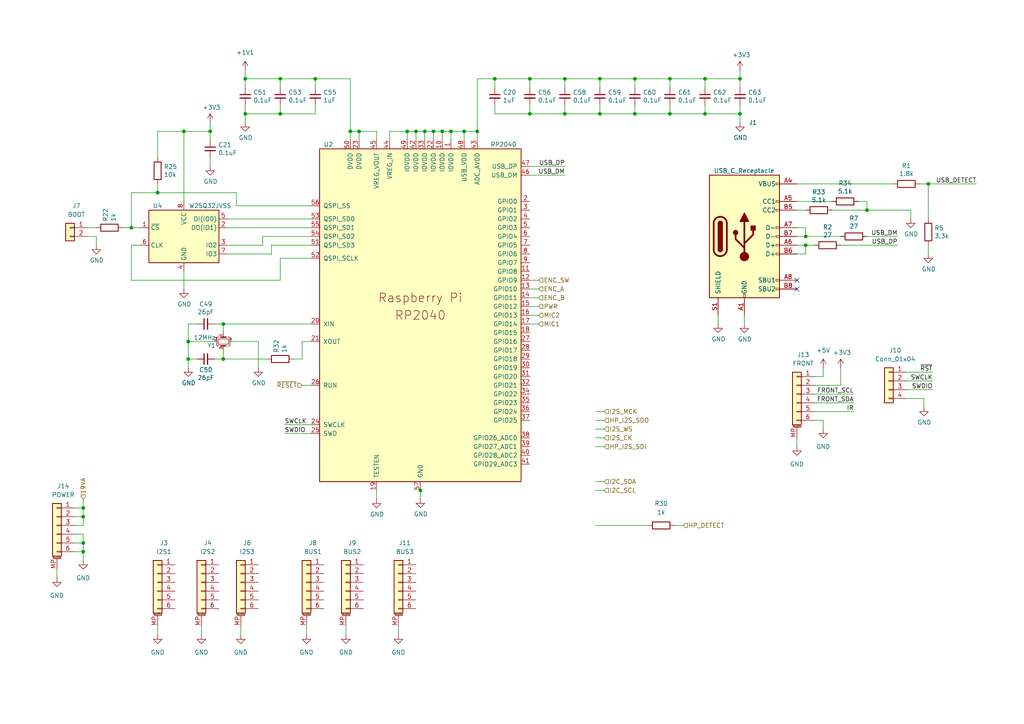
<source format=kicad_sch>
(kicad_sch (version 20210621) (generator eeschema)
  (paper "A4")
  (lib_symbols
    (symbol "Connector:USB_C_Receptacle_USB2.0" (pin_names (offset 1.016))
      (property "Reference" "J" (at -10.16 19.05 0))
      (property "Value" "USB_C_Receptacle_USB2.0" (at 19.05 19.05 0))
      (symbol "USB_C_Receptacle_USB2.0_0_0"
        (rectangle (start -0.254 -17.78) (end 0.254 -16.764))
        (rectangle (start 10.16 -14.986) (end 9.144 -15.494))
        (rectangle (start 10.16 -12.446) (end 9.144 -12.954))
        (rectangle (start 10.16 -4.826) (end 9.144 -5.334))
        (rectangle (start 10.16 -2.286) (end 9.144 -2.794))
        (rectangle (start 10.16 0.254) (end 9.144 -0.254))
        (rectangle (start 10.16 2.794) (end 9.144 2.286))
        (rectangle (start 10.16 7.874) (end 9.144 7.366))
        (rectangle (start 10.16 10.414) (end 9.144 9.906))
        (rectangle (start 10.16 15.494) (end 9.144 14.986))
      )
      (symbol "USB_C_Receptacle_USB2.0_0_1"
        (rectangle (start -10.16 17.78) (end 10.16 -17.78) (stroke (width 0.254)) (fill (type background)))
        (arc (start -8.89 -3.81) (mid -6.985 -5.715) (end -5.08 -3.81) (stroke (width 0.508)))
        (arc (start -7.62 -3.81) (mid -6.985 -4.445) (end -6.35 -3.81) (stroke (width 0.254)))
        (arc (start -7.62 -3.81) (mid -6.985 -4.445) (end -6.35 -3.81) (stroke (width 0.254)) (fill (type outline)))
        (rectangle (start -7.62 -3.81) (end -6.35 3.81) (stroke (width 0.254)) (fill (type outline)))
        (arc (start -6.35 3.81) (mid -6.985 4.445) (end -7.62 3.81) (stroke (width 0.254)))
        (arc (start -6.35 3.81) (mid -6.985 4.445) (end -7.62 3.81) (stroke (width 0.254)) (fill (type outline)))
        (arc (start -5.08 3.81) (mid -6.985 5.715) (end -8.89 3.81) (stroke (width 0.508)))
        (circle (center -2.54 1.143) (radius 0.635) (stroke (width 0.254)) (stroke (width 0.254)) (fill (type outline)))
        (circle (center 0 -5.842) (radius 1.27) (fill (type outline)))
        (polyline (pts (xy -8.89 -3.81) (xy -8.89 3.81)) (stroke (width 0.508)))
        (polyline (pts (xy -5.08 3.81) (xy -5.08 -3.81)) (stroke (width 0.508)))
        (polyline (pts (xy 0 -5.842) (xy 0 4.318)) (stroke (width 0.508)))
        (polyline (pts (xy 0 -3.302) (xy -2.54 -0.762) (xy -2.54 0.508)) (stroke (width 0.508)))
        (polyline (pts (xy 0 -2.032) (xy 2.54 0.508) (xy 2.54 1.778)) (stroke (width 0.508)))
        (polyline (pts (xy -1.27 4.318) (xy 0 6.858) (xy 1.27 4.318) (xy -1.27 4.318)) (stroke (width 0.254)) (fill (type outline)))
        (rectangle (start 1.905 1.778) (end 3.175 3.048) (stroke (width 0.254)) (fill (type outline)))
      )
      (symbol "USB_C_Receptacle_USB2.0_1_1"
        (pin passive line (at 0 -22.86 90) (length 5.08) (name "GND") (number "A1"))
        (pin passive line (at 0 -22.86 90) (length 5.08) hide (name "GND") (number "A12"))
        (pin passive line (at 15.24 15.24 180) (length 5.08) (name "VBUS") (number "A4"))
        (pin bidirectional line (at 15.24 10.16 180) (length 5.08) (name "CC1") (number "A5"))
        (pin bidirectional line (at 15.24 -2.54 180) (length 5.08) (name "D+") (number "A6"))
        (pin bidirectional line (at 15.24 2.54 180) (length 5.08) (name "D-") (number "A7"))
        (pin bidirectional line (at 15.24 -12.7 180) (length 5.08) (name "SBU1") (number "A8"))
        (pin passive line (at 15.24 15.24 180) (length 5.08) hide (name "VBUS") (number "A9"))
        (pin passive line (at 0 -22.86 90) (length 5.08) hide (name "GND") (number "B1"))
        (pin passive line (at 0 -22.86 90) (length 5.08) hide (name "GND") (number "B12"))
        (pin passive line (at 15.24 15.24 180) (length 5.08) hide (name "VBUS") (number "B4"))
        (pin bidirectional line (at 15.24 7.62 180) (length 5.08) (name "CC2") (number "B5"))
        (pin bidirectional line (at 15.24 -5.08 180) (length 5.08) (name "D+") (number "B6"))
        (pin bidirectional line (at 15.24 0 180) (length 5.08) (name "D-") (number "B7"))
        (pin bidirectional line (at 15.24 -15.24 180) (length 5.08) (name "SBU2") (number "B8"))
        (pin passive line (at 15.24 15.24 180) (length 5.08) hide (name "VBUS") (number "B9"))
        (pin passive line (at -7.62 -22.86 90) (length 5.08) (name "SHIELD") (number "S1"))
      )
    )
    (symbol "Connector_Generic:Conn_01x02" (pin_names (offset 1.016) hide)
      (property "Reference" "J" (at 0 2.54 0))
      (property "Value" "Conn_01x02" (at 0 -5.08 0))
      (symbol "Conn_01x02_1_1"
        (rectangle (start -1.27 -2.413) (end 0 -2.667) (stroke (width 0.1524)))
        (rectangle (start -1.27 0.127) (end 0 -0.127) (stroke (width 0.1524)))
        (rectangle (start -1.27 1.27) (end 1.27 -3.81) (stroke (width 0.254)) (fill (type background)))
        (pin passive line (at -5.08 0 0) (length 3.81) (name "Pin_1") (number "1"))
        (pin passive line (at -5.08 -2.54 0) (length 3.81) (name "Pin_2") (number "2"))
      )
    )
    (symbol "Connector_Generic:Conn_01x04" (pin_names (offset 1.016) hide)
      (property "Reference" "J" (at 0 5.08 0))
      (property "Value" "Conn_01x04" (at 0 -7.62 0))
      (symbol "Conn_01x04_1_1"
        (rectangle (start -1.27 -4.953) (end 0 -5.207) (stroke (width 0.1524)))
        (rectangle (start -1.27 -2.413) (end 0 -2.667) (stroke (width 0.1524)))
        (rectangle (start -1.27 0.127) (end 0 -0.127) (stroke (width 0.1524)))
        (rectangle (start -1.27 2.667) (end 0 2.413) (stroke (width 0.1524)))
        (rectangle (start -1.27 3.81) (end 1.27 -6.35) (stroke (width 0.254)) (fill (type background)))
        (pin passive line (at -5.08 2.54 0) (length 3.81) (name "Pin_1") (number "1"))
        (pin passive line (at -5.08 0 0) (length 3.81) (name "Pin_2") (number "2"))
        (pin passive line (at -5.08 -2.54 0) (length 3.81) (name "Pin_3") (number "3"))
        (pin passive line (at -5.08 -5.08 0) (length 3.81) (name "Pin_4") (number "4"))
      )
    )
    (symbol "Connector_Generic_MountingPin:Conn_01x06_MountingPin" (pin_names (offset 1.016) hide)
      (property "Reference" "J" (at 0 7.62 0))
      (property "Value" "Conn_01x06_MountingPin" (at 1.27 -10.16 0))
      (symbol "Conn_01x06_MountingPin_1_1"
        (rectangle (start -1.27 -7.493) (end 0 -7.747) (stroke (width 0.1524)))
        (rectangle (start -1.27 -4.953) (end 0 -5.207) (stroke (width 0.1524)))
        (rectangle (start -1.27 -2.413) (end 0 -2.667) (stroke (width 0.1524)))
        (rectangle (start -1.27 0.127) (end 0 -0.127) (stroke (width 0.1524)))
        (rectangle (start -1.27 2.667) (end 0 2.413) (stroke (width 0.1524)))
        (rectangle (start -1.27 5.207) (end 0 4.953) (stroke (width 0.1524)))
        (rectangle (start -1.27 6.35) (end 1.27 -8.89) (stroke (width 0.254)) (fill (type background)))
        (polyline (pts (xy -1.016 -9.652) (xy 1.016 -9.652)) (stroke (width 0.1524)))
        (text "Mounting" (at 0 -9.271 0) (effects (font (size 0.381 0.381))))
        (pin passive line (at -5.08 5.08 0) (length 3.81) (name "Pin_1") (number "1"))
        (pin passive line (at -5.08 2.54 0) (length 3.81) (name "Pin_2") (number "2"))
        (pin passive line (at -5.08 0 0) (length 3.81) (name "Pin_3") (number "3"))
        (pin passive line (at -5.08 -2.54 0) (length 3.81) (name "Pin_4") (number "4"))
        (pin passive line (at -5.08 -5.08 0) (length 3.81) (name "Pin_5") (number "5"))
        (pin passive line (at -5.08 -7.62 0) (length 3.81) (name "Pin_6") (number "6"))
        (pin passive line (at 0 -12.7 90) (length 3.048) (name "MountPin") (number "MP"))
      )
    )
    (symbol "Device:C_Small" (pin_numbers hide) (pin_names (offset 0.254) hide)
      (property "Reference" "C" (at 0.254 1.778 0))
      (property "Value" "C_Small" (at 0.254 -2.032 0))
      (symbol "C_Small_0_1"
        (polyline (pts (xy -1.524 -0.508) (xy 1.524 -0.508)) (stroke (width 0.3302)))
        (polyline (pts (xy -1.524 0.508) (xy 1.524 0.508)) (stroke (width 0.3048)))
      )
      (symbol "C_Small_1_1"
        (pin passive line (at 0 2.54 270) (length 2.032) (name "~") (number "1"))
        (pin passive line (at 0 -2.54 90) (length 2.032) (name "~") (number "2"))
      )
    )
    (symbol "Device:Crystal_GND24_Small" (pin_names (offset 1.016) hide)
      (property "Reference" "Y" (at 1.27 4.445 0))
      (property "Value" "Crystal_GND24_Small" (at 1.27 2.54 0))
      (symbol "Crystal_GND24_Small_0_1"
        (rectangle (start -0.762 -1.524) (end 0.762 1.524))
        (polyline (pts (xy -1.27 -0.762) (xy -1.27 0.762)) (stroke (width 0.381)))
        (polyline (pts (xy 1.27 -0.762) (xy 1.27 0.762)) (stroke (width 0.381)))
        (polyline (pts (xy -1.27 -1.27) (xy -1.27 -1.905) (xy 1.27 -1.905) (xy 1.27 -1.27)))
        (polyline (pts (xy -1.27 1.27) (xy -1.27 1.905) (xy 1.27 1.905) (xy 1.27 1.27)))
      )
      (symbol "Crystal_GND24_Small_1_1"
        (pin passive line (at -2.54 0 0) (length 1.27) (name "1") (number "1"))
        (pin passive line (at 0 -2.54 90) (length 0.635) (name "2") (number "2"))
        (pin passive line (at 2.54 0 180) (length 1.27) (name "3") (number "3"))
        (pin passive line (at 0 2.54 270) (length 0.635) (name "4") (number "4"))
      )
    )
    (symbol "Device:R" (pin_numbers hide) (pin_names (offset 0))
      (property "Reference" "R" (at 2.032 0 90))
      (property "Value" "R" (at 0 0 90))
      (symbol "R_0_1"
        (rectangle (start -1.016 -2.54) (end 1.016 2.54) (stroke (width 0.254)))
      )
      (symbol "R_1_1"
        (pin passive line (at 0 3.81 270) (length 1.27) (name "~") (number "1"))
        (pin passive line (at 0 -3.81 90) (length 1.27) (name "~") (number "2"))
      )
    )
    (symbol "MCU_RaspberryPi_and_Boards:RP2040" (pin_names (offset 1.016))
      (property "Reference" "U" (at -29.21 49.53 0))
      (property "Value" "RP2040" (at 24.13 -49.53 0))
      (symbol "RP2040_0_0"
        (text "Raspberry Pi" (at 0 5.08 0) (effects (font (size 2.54 2.54))))
        (text "RP2040" (at 0 0 0) (effects (font (size 2.54 2.54))))
      )
      (symbol "RP2040_0_1"
        (rectangle (start 29.21 48.26) (end -29.21 -48.26) (stroke (width 0.254)) (fill (type background)))
      )
      (symbol "RP2040_1_1"
        (pin power_in line (at 8.89 50.8 270) (length 2.54) (name "IOVDD") (number "1"))
        (pin power_in line (at 6.35 50.8 270) (length 2.54) (name "IOVDD") (number "10"))
        (pin bidirectional line (at 31.75 12.7 180) (length 2.54) (name "GPIO8") (number "11"))
        (pin bidirectional line (at 31.75 10.16 180) (length 2.54) (name "GPIO9") (number "12"))
        (pin bidirectional line (at 31.75 7.62 180) (length 2.54) (name "GPIO10") (number "13"))
        (pin bidirectional line (at 31.75 5.08 180) (length 2.54) (name "GPIO11") (number "14"))
        (pin bidirectional line (at 31.75 2.54 180) (length 2.54) (name "GPIO12") (number "15"))
        (pin bidirectional line (at 31.75 0 180) (length 2.54) (name "GPIO13") (number "16"))
        (pin bidirectional line (at 31.75 -2.54 180) (length 2.54) (name "GPIO14") (number "17"))
        (pin bidirectional line (at 31.75 -5.08 180) (length 2.54) (name "GPIO15") (number "18"))
        (pin passive line (at -12.7 -50.8 90) (length 2.54) (name "TESTEN") (number "19"))
        (pin bidirectional line (at 31.75 33.02 180) (length 2.54) (name "GPIO0") (number "2"))
        (pin input line (at -31.75 -2.54 0) (length 2.54) (name "XIN") (number "20"))
        (pin passive line (at -31.75 -7.62 0) (length 2.54) (name "XOUT") (number "21"))
        (pin power_in line (at 3.81 50.8 270) (length 2.54) (name "IOVDD") (number "22"))
        (pin power_in line (at -17.78 50.8 270) (length 2.54) (name "DVDD") (number "23"))
        (pin output line (at -31.75 -31.75 0) (length 2.54) (name "SWCLK") (number "24"))
        (pin bidirectional line (at -31.75 -34.29 0) (length 2.54) (name "SWD") (number "25"))
        (pin input line (at -31.75 -20.32 0) (length 2.54) (name "RUN") (number "26"))
        (pin bidirectional line (at 31.75 -7.62 180) (length 2.54) (name "GPIO16") (number "27"))
        (pin bidirectional line (at 31.75 -10.16 180) (length 2.54) (name "GPIO17") (number "28"))
        (pin bidirectional line (at 31.75 -12.7 180) (length 2.54) (name "GPIO18") (number "29"))
        (pin bidirectional line (at 31.75 30.48 180) (length 2.54) (name "GPIO1") (number "3"))
        (pin bidirectional line (at 31.75 -15.24 180) (length 2.54) (name "GPIO19") (number "30"))
        (pin bidirectional line (at 31.75 -17.78 180) (length 2.54) (name "GPIO20") (number "31"))
        (pin bidirectional line (at 31.75 -20.32 180) (length 2.54) (name "GPIO21") (number "32"))
        (pin power_in line (at 1.27 50.8 270) (length 2.54) (name "IOVDD") (number "33"))
        (pin bidirectional line (at 31.75 -22.86 180) (length 2.54) (name "GPIO22") (number "34"))
        (pin bidirectional line (at 31.75 -25.4 180) (length 2.54) (name "GPIO23") (number "35"))
        (pin bidirectional line (at 31.75 -27.94 180) (length 2.54) (name "GPIO24") (number "36"))
        (pin bidirectional line (at 31.75 -30.48 180) (length 2.54) (name "GPIO25") (number "37"))
        (pin bidirectional line (at 31.75 -35.56 180) (length 2.54) (name "GPIO26_ADC0") (number "38"))
        (pin bidirectional line (at 31.75 -38.1 180) (length 2.54) (name "GPIO27_ADC1") (number "39"))
        (pin bidirectional line (at 31.75 27.94 180) (length 2.54) (name "GPIO2") (number "4"))
        (pin bidirectional line (at 31.75 -40.64 180) (length 2.54) (name "GPIO28_ADC2") (number "40"))
        (pin bidirectional line (at 31.75 -43.18 180) (length 2.54) (name "GPIO29_ADC3") (number "41"))
        (pin power_in line (at -1.27 50.8 270) (length 2.54) (name "IOVDD") (number "42"))
        (pin power_in line (at 16.51 50.8 270) (length 2.54) (name "ADC_AVDD") (number "43"))
        (pin power_in line (at -8.89 50.8 270) (length 2.54) (name "VREG_IN") (number "44"))
        (pin power_out line (at -12.7 50.8 270) (length 2.54) (name "VREG_VOUT") (number "45"))
        (pin bidirectional line (at 31.75 40.64 180) (length 2.54) (name "USB_DM") (number "46"))
        (pin bidirectional line (at 31.75 43.18 180) (length 2.54) (name "USB_DP") (number "47"))
        (pin power_in line (at 12.7 50.8 270) (length 2.54) (name "USB_VDD") (number "48"))
        (pin power_in line (at -3.81 50.8 270) (length 2.54) (name "IOVDD") (number "49"))
        (pin bidirectional line (at 31.75 25.4 180) (length 2.54) (name "GPIO3") (number "5"))
        (pin power_in line (at -20.32 50.8 270) (length 2.54) (name "DVDD") (number "50"))
        (pin bidirectional line (at -31.75 20.32 0) (length 2.54) (name "QSPI_SD3") (number "51"))
        (pin output line (at -31.75 16.51 0) (length 2.54) (name "QSPI_SCLK") (number "52"))
        (pin bidirectional line (at -31.75 27.94 0) (length 2.54) (name "QSPI_SD0") (number "53"))
        (pin bidirectional line (at -31.75 22.86 0) (length 2.54) (name "QSPI_SD2") (number "54"))
        (pin bidirectional line (at -31.75 25.4 0) (length 2.54) (name "QSPI_SD1") (number "55"))
        (pin bidirectional line (at -31.75 31.75 0) (length 2.54) (name "QSPI_SS") (number "56"))
        (pin power_in line (at 0 -50.8 90) (length 2.54) (name "GND") (number "57"))
        (pin bidirectional line (at 31.75 22.86 180) (length 2.54) (name "GPIO4") (number "6"))
        (pin bidirectional line (at 31.75 20.32 180) (length 2.54) (name "GPIO5") (number "7"))
        (pin bidirectional line (at 31.75 17.78 180) (length 2.54) (name "GPIO6") (number "8"))
        (pin bidirectional line (at 31.75 15.24 180) (length 2.54) (name "GPIO7") (number "9"))
      )
    )
    (symbol "Memory_Flash:W25Q32JVSS"
      (property "Reference" "U" (at -8.89 8.89 0))
      (property "Value" "W25Q32JVSS" (at 7.62 8.89 0))
      (symbol "W25Q32JVSS_0_1"
        (rectangle (start -10.16 7.62) (end 10.16 -7.62) (stroke (width 0.254)) (fill (type background)))
      )
      (symbol "W25Q32JVSS_1_1"
        (pin input line (at -12.7 2.54 0) (length 2.54) (name "~{CS}") (number "1"))
        (pin bidirectional line (at 12.7 2.54 180) (length 2.54) (name "DO(IO1)") (number "2"))
        (pin bidirectional line (at 12.7 -2.54 180) (length 2.54) (name "IO2") (number "3"))
        (pin power_in line (at 0 -10.16 90) (length 2.54) (name "GND") (number "4"))
        (pin bidirectional line (at 12.7 5.08 180) (length 2.54) (name "DI(IO0)") (number "5"))
        (pin input line (at -12.7 -2.54 0) (length 2.54) (name "CLK") (number "6"))
        (pin bidirectional line (at 12.7 -5.08 180) (length 2.54) (name "IO3") (number "7"))
        (pin power_in line (at 0 10.16 270) (length 2.54) (name "VCC") (number "8"))
      )
    )
    (symbol "power:+1V1" (power) (pin_names (offset 0))
      (property "Value" "+1V1" (at 0 3.556 0))
      (symbol "+1V1_0_1"
        (polyline (pts (xy -0.762 1.27) (xy 0 2.54)))
        (polyline (pts (xy 0 0) (xy 0 2.54)))
        (polyline (pts (xy 0 2.54) (xy 0.762 1.27)))
      )
      (symbol "+1V1_1_1"
        (pin power_in line (at 0 0 90) (length 0) hide (name "+1V1") (number "1"))
      )
    )
    (symbol "power:+3.3V" (power) (pin_names (offset 0))
      (property "Value" "+3.3V" (at 0 3.556 0))
      (symbol "+3.3V_0_1"
        (polyline (pts (xy -0.762 1.27) (xy 0 2.54)))
        (polyline (pts (xy 0 0) (xy 0 2.54)))
        (polyline (pts (xy 0 2.54) (xy 0.762 1.27)))
      )
      (symbol "+3.3V_1_1"
        (pin power_in line (at 0 0 90) (length 0) hide (name "+3V3") (number "1"))
      )
    )
    (symbol "power:+5V" (power) (pin_names (offset 0))
      (property "Value" "+5V" (at 0 3.556 0))
      (symbol "+5V_0_1"
        (polyline (pts (xy -0.762 1.27) (xy 0 2.54)))
        (polyline (pts (xy 0 0) (xy 0 2.54)))
        (polyline (pts (xy 0 2.54) (xy 0.762 1.27)))
      )
      (symbol "+5V_1_1"
        (pin power_in line (at 0 0 90) (length 0) hide (name "+5V") (number "1"))
      )
    )
    (symbol "power:GND" (power) (pin_names (offset 0))
      (property "Value" "GND" (at 0 -3.81 0))
      (symbol "GND_0_1"
        (polyline (pts (xy 0 0) (xy 0 -1.27) (xy 1.27 -1.27) (xy 0 -2.54) (xy -1.27 -1.27) (xy 0 -1.27)))
      )
      (symbol "GND_1_1"
        (pin power_in line (at 0 0 270) (length 0) hide (name "GND") (number "1"))
      )
    )
  )
  (junction (at 24.13 147.32))
  (junction (at 24.13 149.86))
  (junction (at 24.13 157.48))
  (junction (at 24.13 160.02))
  (junction (at 38.1 66.04))
  (junction (at 45.72 55.88))
  (junction (at 53.34 38.1))
  (junction (at 54.61 99.06))
  (junction (at 54.61 104.14))
  (junction (at 60.96 38.1))
  (junction (at 64.77 93.98) (diameter 0.9144))
  (junction (at 64.77 104.14))
  (junction (at 71.12 22.86))
  (junction (at 71.12 33.02))
  (junction (at 81.28 22.86) (diameter 0.9144))
  (junction (at 81.28 33.02) (diameter 0.9144))
  (junction (at 91.44 22.86))
  (junction (at 101.6 38.1))
  (junction (at 104.14 38.1))
  (junction (at 118.11 38.1))
  (junction (at 120.65 38.1))
  (junction (at 121.92 142.24))
  (junction (at 123.19 38.1))
  (junction (at 125.73 38.1))
  (junction (at 128.27 38.1))
  (junction (at 130.81 38.1))
  (junction (at 134.62 38.1))
  (junction (at 138.43 38.1))
  (junction (at 143.51 22.86))
  (junction (at 153.67 22.86) (diameter 0.9144))
  (junction (at 153.67 33.02))
  (junction (at 163.83 22.86) (diameter 0.9144))
  (junction (at 163.83 33.02) (diameter 0.9144))
  (junction (at 173.99 22.86) (diameter 0.9144))
  (junction (at 173.99 33.02) (diameter 0.9144))
  (junction (at 184.15 22.86) (diameter 0.9144))
  (junction (at 184.15 33.02) (diameter 0.9144))
  (junction (at 194.31 22.86) (diameter 0.9144))
  (junction (at 194.31 33.02) (diameter 0.9144))
  (junction (at 204.47 22.86) (diameter 0.9144))
  (junction (at 204.47 33.02) (diameter 0.9144))
  (junction (at 214.63 22.86))
  (junction (at 214.63 33.02) (diameter 0.9144))
  (junction (at 233.68 68.58))
  (junction (at 233.68 71.12))
  (junction (at 251.46 60.96))
  (junction (at 269.24 53.34))
  (no_connect (at 231.14 81.28))
  (no_connect (at 231.14 83.82))
  (wire (pts (xy 16.51 165.1) (xy 16.51 167.64)))
  (wire (pts (xy 21.59 147.32) (xy 24.13 147.32)))
  (wire (pts (xy 21.59 149.86) (xy 24.13 149.86)))
  (wire (pts (xy 21.59 152.4) (xy 24.13 152.4)))
  (wire (pts (xy 21.59 154.94) (xy 24.13 154.94)))
  (wire (pts (xy 21.59 157.48) (xy 24.13 157.48)))
  (wire (pts (xy 24.13 144.78) (xy 24.13 147.32)))
  (wire (pts (xy 24.13 147.32) (xy 24.13 149.86)))
  (wire (pts (xy 24.13 149.86) (xy 24.13 152.4)))
  (wire (pts (xy 24.13 154.94) (xy 24.13 157.48)))
  (wire (pts (xy 24.13 157.48) (xy 24.13 160.02)))
  (wire (pts (xy 24.13 160.02) (xy 21.59 160.02)))
  (wire (pts (xy 24.13 162.56) (xy 24.13 160.02)))
  (wire (pts (xy 25.4 66.04) (xy 27.94 66.04)))
  (wire (pts (xy 27.94 68.58) (xy 25.4 68.58)))
  (wire (pts (xy 27.94 71.12) (xy 27.94 68.58)))
  (wire (pts (xy 35.56 66.04) (xy 38.1 66.04)))
  (wire (pts (xy 38.1 55.88) (xy 38.1 66.04)))
  (wire (pts (xy 38.1 66.04) (xy 40.64 66.04)))
  (wire (pts (xy 38.1 71.12) (xy 40.64 71.12)))
  (wire (pts (xy 38.1 81.28) (xy 38.1 71.12)))
  (wire (pts (xy 45.72 38.1) (xy 53.34 38.1)))
  (wire (pts (xy 45.72 45.72) (xy 45.72 38.1)))
  (wire (pts (xy 45.72 53.34) (xy 45.72 55.88)))
  (wire (pts (xy 45.72 55.88) (xy 38.1 55.88)))
  (wire (pts (xy 45.72 181.61) (xy 45.72 184.15)))
  (wire (pts (xy 53.34 38.1) (xy 60.96 38.1)))
  (wire (pts (xy 53.34 58.42) (xy 53.34 38.1)))
  (wire (pts (xy 53.34 78.74) (xy 53.34 83.82)))
  (wire (pts (xy 54.61 93.98) (xy 54.61 99.06)))
  (wire (pts (xy 54.61 93.98) (xy 57.15 93.98)))
  (wire (pts (xy 54.61 99.06) (xy 54.61 104.14)))
  (wire (pts (xy 54.61 99.06) (xy 62.23 99.06)))
  (wire (pts (xy 54.61 104.14) (xy 54.61 106.68)))
  (wire (pts (xy 54.61 104.14) (xy 57.15 104.14)))
  (wire (pts (xy 58.42 181.61) (xy 58.42 184.15)))
  (wire (pts (xy 60.96 35.56) (xy 60.96 38.1)))
  (wire (pts (xy 60.96 38.1) (xy 60.96 40.64)))
  (wire (pts (xy 60.96 45.72) (xy 60.96 48.26)))
  (wire (pts (xy 62.23 93.98) (xy 64.77 93.98)))
  (wire (pts (xy 62.23 104.14) (xy 64.77 104.14)))
  (wire (pts (xy 64.77 93.98) (xy 64.77 96.52)))
  (wire (pts (xy 64.77 93.98) (xy 90.17 93.98)))
  (wire (pts (xy 64.77 101.6) (xy 64.77 104.14)))
  (wire (pts (xy 64.77 104.14) (xy 77.47 104.14)))
  (wire (pts (xy 66.04 63.5) (xy 90.17 63.5)))
  (wire (pts (xy 66.04 66.04) (xy 90.17 66.04)))
  (wire (pts (xy 66.04 73.66) (xy 78.74 73.66)))
  (wire (pts (xy 68.58 55.88) (xy 45.72 55.88)))
  (wire (pts (xy 68.58 59.69) (xy 68.58 55.88)))
  (wire (pts (xy 69.85 181.61) (xy 69.85 184.15)))
  (wire (pts (xy 71.12 20.32) (xy 71.12 22.86)))
  (wire (pts (xy 71.12 22.86) (xy 71.12 25.4)))
  (wire (pts (xy 71.12 22.86) (xy 81.28 22.86)))
  (wire (pts (xy 71.12 30.48) (xy 71.12 33.02)))
  (wire (pts (xy 71.12 33.02) (xy 71.12 35.56)))
  (wire (pts (xy 74.93 99.06) (xy 67.31 99.06)))
  (wire (pts (xy 74.93 106.68) (xy 74.93 99.06)))
  (wire (pts (xy 76.2 68.58) (xy 76.2 71.12)))
  (wire (pts (xy 76.2 71.12) (xy 66.04 71.12)))
  (wire (pts (xy 78.74 71.12) (xy 90.17 71.12)))
  (wire (pts (xy 78.74 73.66) (xy 78.74 71.12)))
  (wire (pts (xy 81.28 22.86) (xy 81.28 25.4)))
  (wire (pts (xy 81.28 22.86) (xy 91.44 22.86)))
  (wire (pts (xy 81.28 30.48) (xy 81.28 33.02)))
  (wire (pts (xy 81.28 33.02) (xy 71.12 33.02)))
  (wire (pts (xy 81.28 74.93) (xy 81.28 81.28)))
  (wire (pts (xy 81.28 81.28) (xy 38.1 81.28)))
  (wire (pts (xy 87.63 99.06) (xy 87.63 104.14)))
  (wire (pts (xy 87.63 104.14) (xy 85.09 104.14)))
  (wire (pts (xy 87.63 111.76) (xy 90.17 111.76)))
  (wire (pts (xy 88.9 181.61) (xy 88.9 184.15)))
  (wire (pts (xy 90.17 59.69) (xy 68.58 59.69)))
  (wire (pts (xy 90.17 68.58) (xy 76.2 68.58)))
  (wire (pts (xy 90.17 74.93) (xy 81.28 74.93)))
  (wire (pts (xy 90.17 99.06) (xy 87.63 99.06)))
  (wire (pts (xy 90.17 123.19) (xy 82.55 123.19)))
  (wire (pts (xy 90.17 125.73) (xy 82.55 125.73)))
  (wire (pts (xy 91.44 22.86) (xy 91.44 25.4)))
  (wire (pts (xy 91.44 30.48) (xy 91.44 33.02)))
  (wire (pts (xy 91.44 33.02) (xy 81.28 33.02)))
  (wire (pts (xy 100.33 181.61) (xy 100.33 184.15)))
  (wire (pts (xy 101.6 22.86) (xy 91.44 22.86)))
  (wire (pts (xy 101.6 38.1) (xy 101.6 22.86)))
  (wire (pts (xy 101.6 38.1) (xy 101.6 40.64)))
  (wire (pts (xy 104.14 38.1) (xy 101.6 38.1)))
  (wire (pts (xy 104.14 38.1) (xy 104.14 40.64)))
  (wire (pts (xy 109.22 38.1) (xy 104.14 38.1)))
  (wire (pts (xy 109.22 40.64) (xy 109.22 38.1)))
  (wire (pts (xy 109.22 144.78) (xy 109.22 142.24)))
  (wire (pts (xy 113.03 38.1) (xy 118.11 38.1)))
  (wire (pts (xy 113.03 40.64) (xy 113.03 38.1)))
  (wire (pts (xy 115.57 181.61) (xy 115.57 184.15)))
  (wire (pts (xy 118.11 38.1) (xy 118.11 40.64)))
  (wire (pts (xy 118.11 38.1) (xy 120.65 38.1)))
  (wire (pts (xy 120.65 38.1) (xy 120.65 40.64)))
  (wire (pts (xy 120.65 38.1) (xy 123.19 38.1)))
  (wire (pts (xy 121.92 142.24) (xy 121.92 142.1715)))
  (wire (pts (xy 121.92 144.7115) (xy 121.92 142.24)))
  (wire (pts (xy 123.19 38.1) (xy 123.19 40.64)))
  (wire (pts (xy 123.19 38.1) (xy 125.73 38.1)))
  (wire (pts (xy 125.73 38.1) (xy 125.73 40.64)))
  (wire (pts (xy 125.73 38.1) (xy 128.27 38.1)))
  (wire (pts (xy 128.27 38.1) (xy 128.27 40.64)))
  (wire (pts (xy 128.27 38.1) (xy 130.81 38.1)))
  (wire (pts (xy 130.81 38.1) (xy 130.81 40.64)))
  (wire (pts (xy 130.81 38.1) (xy 134.62 38.1)))
  (wire (pts (xy 134.62 38.1) (xy 134.62 40.64)))
  (wire (pts (xy 134.62 38.1) (xy 138.43 38.1)))
  (wire (pts (xy 138.43 22.86) (xy 143.51 22.86)))
  (wire (pts (xy 138.43 38.1) (xy 138.43 22.86)))
  (wire (pts (xy 138.43 40.64) (xy 138.43 38.1)))
  (wire (pts (xy 143.51 22.86) (xy 143.51 25.4)))
  (wire (pts (xy 143.51 22.86) (xy 153.67 22.86)))
  (wire (pts (xy 143.51 30.48) (xy 143.51 33.02)))
  (wire (pts (xy 143.51 33.02) (xy 153.67 33.02)))
  (wire (pts (xy 153.67 22.86) (xy 153.67 25.4)))
  (wire (pts (xy 153.67 22.86) (xy 163.83 22.86)))
  (wire (pts (xy 153.67 30.48) (xy 153.67 33.02)))
  (wire (pts (xy 153.67 48.26) (xy 163.83 48.26)))
  (wire (pts (xy 153.67 50.8) (xy 163.83 50.8)))
  (wire (pts (xy 153.67 81.28) (xy 156.21 81.28)))
  (wire (pts (xy 153.67 83.82) (xy 156.21 83.82)))
  (wire (pts (xy 153.67 86.36) (xy 156.21 86.36)))
  (wire (pts (xy 153.67 88.9) (xy 156.21 88.9)))
  (wire (pts (xy 153.67 91.44) (xy 156.21 91.44)))
  (wire (pts (xy 153.67 93.98) (xy 156.21 93.98)))
  (wire (pts (xy 163.83 22.86) (xy 163.83 25.4)))
  (wire (pts (xy 163.83 22.86) (xy 173.99 22.86)))
  (wire (pts (xy 163.83 30.48) (xy 163.83 33.02)))
  (wire (pts (xy 163.83 33.02) (xy 153.67 33.02)))
  (wire (pts (xy 172.72 121.92) (xy 175.26 121.92)))
  (wire (pts (xy 172.72 127) (xy 175.26 127)))
  (wire (pts (xy 172.72 139.7) (xy 175.26 139.7)))
  (wire (pts (xy 173.99 22.86) (xy 173.99 25.4)))
  (wire (pts (xy 173.99 22.86) (xy 184.15 22.86)))
  (wire (pts (xy 173.99 30.48) (xy 173.99 33.02)))
  (wire (pts (xy 173.99 33.02) (xy 163.83 33.02)))
  (wire (pts (xy 175.26 119.38) (xy 172.72 119.38)))
  (wire (pts (xy 175.26 124.46) (xy 172.72 124.46)))
  (wire (pts (xy 175.26 129.54) (xy 172.72 129.54)))
  (wire (pts (xy 175.26 142.24) (xy 172.72 142.24)))
  (wire (pts (xy 184.15 22.86) (xy 184.15 25.4)))
  (wire (pts (xy 184.15 22.86) (xy 194.31 22.86)))
  (wire (pts (xy 184.15 30.48) (xy 184.15 33.02)))
  (wire (pts (xy 184.15 33.02) (xy 173.99 33.02)))
  (wire (pts (xy 187.96 152.4) (xy 172.72 152.4)))
  (wire (pts (xy 194.31 22.86) (xy 194.31 25.4)))
  (wire (pts (xy 194.31 22.86) (xy 204.47 22.86)))
  (wire (pts (xy 194.31 30.48) (xy 194.31 33.02)))
  (wire (pts (xy 194.31 33.02) (xy 184.15 33.02)))
  (wire (pts (xy 198.12 152.4) (xy 195.58 152.4)))
  (wire (pts (xy 204.47 22.86) (xy 204.47 25.4)))
  (wire (pts (xy 204.47 22.86) (xy 214.63 22.86)))
  (wire (pts (xy 204.47 30.48) (xy 204.47 33.02)))
  (wire (pts (xy 204.47 33.02) (xy 194.31 33.02)))
  (wire (pts (xy 208.28 91.44) (xy 208.28 93.9393)))
  (wire (pts (xy 214.63 20.32) (xy 214.63 22.86)))
  (wire (pts (xy 214.63 22.86) (xy 214.63 25.4)))
  (wire (pts (xy 214.63 30.48) (xy 214.63 33.02)))
  (wire (pts (xy 214.63 33.02) (xy 204.47 33.02)))
  (wire (pts (xy 214.63 33.02) (xy 214.63 35.56)))
  (wire (pts (xy 215.9 91.44) (xy 215.9 93.98)))
  (wire (pts (xy 231.14 53.34) (xy 259.08 53.34)))
  (wire (pts (xy 231.14 58.42) (xy 241.3 58.42)))
  (wire (pts (xy 231.14 60.96) (xy 233.68 60.96)))
  (wire (pts (xy 231.14 66.04) (xy 233.68 66.04)))
  (wire (pts (xy 231.14 68.58) (xy 233.68 68.58)))
  (wire (pts (xy 231.14 71.12) (xy 233.68 71.12)))
  (wire (pts (xy 231.14 73.66) (xy 233.68 73.66)))
  (wire (pts (xy 231.14 127) (xy 231.14 129.54)))
  (wire (pts (xy 233.68 66.04) (xy 233.68 68.58)))
  (wire (pts (xy 233.68 71.12) (xy 236.22 71.12)))
  (wire (pts (xy 233.68 73.66) (xy 233.68 71.12)))
  (wire (pts (xy 236.22 109.22) (xy 238.76 109.22)))
  (wire (pts (xy 236.22 114.3) (xy 247.65 114.3)))
  (wire (pts (xy 236.22 116.84) (xy 247.65 116.84)))
  (wire (pts (xy 236.22 119.38) (xy 247.65 119.38)))
  (wire (pts (xy 236.22 121.92) (xy 238.76 121.92)))
  (wire (pts (xy 238.76 109.22) (xy 238.76 106.68)))
  (wire (pts (xy 238.76 121.92) (xy 238.76 124.46)))
  (wire (pts (xy 241.3 60.96) (xy 251.46 60.96)))
  (wire (pts (xy 243.84 68.58) (xy 233.68 68.58)))
  (wire (pts (xy 243.84 71.12) (xy 260.35 71.12)))
  (wire (pts (xy 243.84 106.68) (xy 243.84 111.76)))
  (wire (pts (xy 243.84 111.76) (xy 236.22 111.76)))
  (wire (pts (xy 248.92 58.42) (xy 251.46 58.42)))
  (wire (pts (xy 251.46 58.42) (xy 251.46 60.96)))
  (wire (pts (xy 251.46 60.96) (xy 264.16 60.96)))
  (wire (pts (xy 251.46 68.58) (xy 260.35 68.58)))
  (wire (pts (xy 262.89 110.49) (xy 270.51 110.49)))
  (wire (pts (xy 262.89 113.03) (xy 270.51 113.03)))
  (wire (pts (xy 264.16 63.5) (xy 264.16 60.96)))
  (wire (pts (xy 266.7 53.34) (xy 269.24 53.34)))
  (wire (pts (xy 267.97 115.57) (xy 262.89 115.57)))
  (wire (pts (xy 267.97 118.11) (xy 267.97 115.57)))
  (wire (pts (xy 269.24 53.34) (xy 283.21 53.34)))
  (wire (pts (xy 269.24 63.5) (xy 269.24 53.34)))
  (wire (pts (xy 269.24 71.12) (xy 269.24 73.66)))
  (wire (pts (xy 270.51 107.95) (xy 262.89 107.95)))
  (label "SWCLK" (at 82.55 123.19 0))
  (label "SWDIO" (at 82.55 125.73 0))
  (label "USB_DP" (at 163.83 48.26 180))
  (label "USB_DM" (at 163.83 50.8 180))
  (label "FRONT_SCL" (at 247.65 114.3 180))
  (label "FRONT_SDA" (at 247.65 116.84 180))
  (label "IR" (at 247.65 119.38 180))
  (label "USB_DM" (at 260.35 68.58 180))
  (label "USB_DP" (at 260.35 71.12 180))
  (label "~{RST}" (at 270.51 107.95 180))
  (label "SWCLK" (at 270.51 110.49 180))
  (label "SWDIO" (at 270.51 113.03 180))
  (label "USB_DETECT" (at 283.21 53.34 180))
  (hierarchical_label "19VA" (shape input) (at 24.13 144.78 90))
  (hierarchical_label "~{RESET}" (shape input) (at 87.63 111.76 180))
  (hierarchical_label "ENC_SW" (shape input) (at 156.21 81.28 0))
  (hierarchical_label "ENC_A" (shape input) (at 156.21 83.82 0))
  (hierarchical_label "ENC_B" (shape input) (at 156.21 86.36 0))
  (hierarchical_label "PWR" (shape input) (at 156.21 88.9 0))
  (hierarchical_label "MIC2" (shape input) (at 156.21 91.44 0))
  (hierarchical_label "MIC1" (shape input) (at 156.21 93.98 0))
  (hierarchical_label "I2S_MCK" (shape input) (at 175.26 119.38 0))
  (hierarchical_label "HP_I2S_SDO" (shape input) (at 175.26 121.92 0))
  (hierarchical_label "I2S_WS" (shape input) (at 175.26 124.46 0))
  (hierarchical_label "I2S_CK" (shape input) (at 175.26 127 0))
  (hierarchical_label "HP_I2S_SDI" (shape input) (at 175.26 129.54 0))
  (hierarchical_label "I2C_SDA" (shape input) (at 175.26 139.7 0))
  (hierarchical_label "I2C_SCL" (shape input) (at 175.26 142.24 0))
  (hierarchical_label "HP_DETECT" (shape input) (at 198.12 152.4 0))
  (symbol (lib_id "power:+3.3V") (at 60.96 35.56 0) (unit 1)
    (property "Reference" "#PWR0137" (effects hide))
    (property "Value" "+3.3V" (at 61.341 31.1658 0))
  )
  (symbol (lib_id "power:+1V1") (at 71.12 20.32 0) (unit 1)
    (property "Reference" "#PWR0135" (effects hide))
    (property "Value" "+1V1" (at 71.12 15.24 0))
  )
  (symbol (lib_id "power:+3.3V") (at 214.63 20.32 0) (unit 1)
    (property "Reference" "#PWR0134" (effects hide))
    (property "Value" "+3.3V" (at 215.011 15.9258 0))
  )
  (symbol (lib_id "power:+5V") (at 238.76 106.68 0) (unit 1)
    (property "Reference" "#PWR0123" (effects hide))
    (property "Value" "+5V" (at 238.76 101.6 0))
  )
  (symbol (lib_id "power:+3.3V") (at 243.84 106.68 0) (unit 1)
    (property "Reference" "#PWR0133" (effects hide))
    (property "Value" "+3.3V" (at 244.221 102.2858 0))
  )
  (symbol (lib_id "power:GND") (at 16.51 167.64 0) (unit 1)
    (property "Reference" "#PWR0175" (effects hide))
    (property "Value" "GND" (at 16.51 172.72 0))
  )
  (symbol (lib_id "power:GND") (at 24.13 162.56 0) (unit 1)
    (property "Reference" "#PWR0176" (effects hide))
    (property "Value" "GND" (at 24.13 167.64 0))
  )
  (symbol (lib_id "power:GND") (at 27.94 71.12 0) (unit 1)
    (property "Reference" "#PWR0151" (effects hide))
    (property "Value" "GND" (at 28.067 75.5142 0))
  )
  (symbol (lib_id "power:GND") (at 45.72 184.15 0) (unit 1)
    (property "Reference" "#PWR0160" (effects hide))
    (property "Value" "GND" (at 45.72 189.23 0))
  )
  (symbol (lib_id "power:GND") (at 53.34 83.82 0) (unit 1)
    (property "Reference" "#PWR0139" (effects hide))
    (property "Value" "GND" (at 53.467 88.2142 0))
  )
  (symbol (lib_id "power:GND") (at 54.61 106.68 0) (unit 1)
    (property "Reference" "#PWR0165" (effects hide))
    (property "Value" "GND" (at 54.737 111.0742 0))
  )
  (symbol (lib_id "power:GND") (at 58.42 184.15 0) (unit 1)
    (property "Reference" "#PWR0159" (effects hide))
    (property "Value" "GND" (at 58.42 189.23 0))
  )
  (symbol (lib_id "power:GND") (at 60.96 48.26 0) (unit 1)
    (property "Reference" "#PWR0138" (effects hide))
    (property "Value" "GND" (at 61.087 52.6542 0))
  )
  (symbol (lib_id "power:GND") (at 69.85 184.15 0) (unit 1)
    (property "Reference" "#PWR0167" (effects hide))
    (property "Value" "GND" (at 69.85 189.23 0))
  )
  (symbol (lib_id "power:GND") (at 71.12 35.56 0) (unit 1)
    (property "Reference" "#PWR0136" (effects hide))
    (property "Value" "GND" (at 71.247 39.9542 0))
  )
  (symbol (lib_id "power:GND") (at 74.93 106.68 0) (unit 1)
    (property "Reference" "#PWR0164" (effects hide))
    (property "Value" "GND" (at 75.057 111.0742 0))
  )
  (symbol (lib_id "power:GND") (at 88.9 184.15 0) (unit 1)
    (property "Reference" "#PWR0166" (effects hide))
    (property "Value" "GND" (at 88.9 189.23 0))
  )
  (symbol (lib_id "power:GND") (at 100.33 184.15 0) (unit 1)
    (property "Reference" "#PWR0163" (effects hide))
    (property "Value" "GND" (at 100.33 189.23 0))
  )
  (symbol (lib_id "power:GND") (at 109.22 144.78 0) (unit 1)
    (property "Reference" "#PWR0101" (effects hide))
    (property "Value" "GND" (at 109.347 149.1742 0))
  )
  (symbol (lib_id "power:GND") (at 115.57 184.15 0) (unit 1)
    (property "Reference" "#PWR0161" (effects hide))
    (property "Value" "GND" (at 115.57 189.23 0))
  )
  (symbol (lib_id "power:GND") (at 121.92 144.7115 0) (unit 1)
    (property "Reference" "#PWR0155" (effects hide))
    (property "Value" "GND" (at 122.047 149.1057 0))
  )
  (symbol (lib_id "power:GND") (at 208.28 93.9393 0) (unit 1)
    (property "Reference" "#PWR0169" (effects hide))
    (property "Value" "GND" (at 208.407 98.3335 0))
  )
  (symbol (lib_id "power:GND") (at 214.63 35.56 0) (unit 1)
    (property "Reference" "#PWR0168" (effects hide))
    (property "Value" "GND" (at 214.757 39.9542 0))
  )
  (symbol (lib_id "power:GND") (at 215.9 93.98 0) (unit 1)
    (property "Reference" "#PWR0171" (effects hide))
    (property "Value" "GND" (at 216.027 98.3742 0))
  )
  (symbol (lib_id "power:GND") (at 231.14 129.54 0) (unit 1)
    (property "Reference" "#PWR0156" (effects hide))
    (property "Value" "GND" (at 231.14 134.62 0))
  )
  (symbol (lib_id "power:GND") (at 238.76 124.46 0) (unit 1)
    (property "Reference" "#PWR0122" (effects hide))
    (property "Value" "GND" (at 238.76 129.54 0))
  )
  (symbol (lib_id "power:GND") (at 264.16 63.5 0) (unit 1)
    (property "Reference" "#PWR0174" (effects hide))
    (property "Value" "GND" (at 264.287 67.8942 0))
  )
  (symbol (lib_id "power:GND") (at 267.97 118.11 0) (unit 1)
    (property "Reference" "#PWR0173" (effects hide))
    (property "Value" "GND" (at 268.097 122.5042 0))
  )
  (symbol (lib_id "power:GND") (at 269.24 73.66 0) (unit 1)
    (property "Reference" "#PWR0104" (effects hide))
    (property "Value" "GND" (at 269.367 78.0542 0))
  )
  (symbol (lib_id "Device:C_Small") (at 59.69 93.98 90) (unit 1)
    (property "Reference" "C49" (at 59.69 88.2077 90))
    (property "Value" "26pF" (at 59.69 90.506 90))
    (property "Footprint" "Capacitor_SMD:C_0603_1608Metric" (effects hide))
    (property "Mouser" "581-06035A270J" (effects hide))
    (property "Part Name" "AVX 06035A270JAT2A" (effects hide))
  )
  (symbol (lib_id "Device:C_Small") (at 59.69 104.14 90) (unit 1)
    (property "Reference" "C50" (at 59.69 107.2577 90))
    (property "Value" "26pF" (at 59.69 109.556 90))
    (property "Footprint" "Capacitor_SMD:C_0603_1608Metric" (effects hide))
    (property "Mouser" "581-06035A270J" (effects hide))
    (property "Part Name" "AVX 06035A270JAT2A" (effects hide))
  )
  (symbol (lib_id "Device:C_Small") (at 60.96 43.18 0) (unit 1)
    (property "Reference" "C21" (at 63.2842 42.0306 0) (effects (justify left)))
    (property "Value" "0.1uF" (at 63.284 44.3296 0) (effects (justify left)))
    (property "Footprint" "Capacitor_SMD:C_0603_1608Metric" (effects hide))
    (property "Mouser" "581-06033C104KAT4A" (effects hide))
    (property "Part Name" "AVX 06033C104KAT4A" (effects hide))
  )
  (symbol (lib_id "Device:C_Small") (at 71.12 27.94 0) (unit 1)
    (property "Reference" "C51" (at 73.4442 26.7906 0) (effects (justify left)))
    (property "Value" "0.1uF" (at 73.444 29.0896 0) (effects (justify left)))
    (property "Footprint" "Capacitor_SMD:C_0603_1608Metric" (effects hide))
    (property "Mouser" "581-06033C104KAT4A" (effects hide))
    (property "Part Name" "AVX 06033C104KAT4A" (effects hide))
  )
  (symbol (lib_id "Device:C_Small") (at 81.28 27.94 0) (unit 1)
    (property "Reference" "C53" (at 83.6042 26.7906 0) (effects (justify left)))
    (property "Value" "0.1uF" (at 83.604 29.0896 0) (effects (justify left)))
    (property "Footprint" "Capacitor_SMD:C_0603_1608Metric" (effects hide))
    (property "Mouser" "581-06033C104KAT4A" (effects hide))
    (property "Part Name" "AVX 06033C104KAT4A" (effects hide))
  )
  (symbol (lib_id "Device:C_Small") (at 91.44 27.94 0) (unit 1)
    (property "Reference" "C55" (at 93.7642 26.7906 0) (effects (justify left)))
    (property "Value" "1uF" (at 93.764 29.0896 0) (effects (justify left)))
    (property "Footprint" "Capacitor_SMD:C_0603_1608Metric" (effects hide))
    (property "Mouser" "581-06033C104KAT4A" (effects hide))
    (property "Part Name" "AVX 06033C104KAT4A" (effects hide))
  )
  (symbol (lib_id "Device:C_Small") (at 143.51 27.94 0) (unit 1)
    (property "Reference" "C20" (at 145.8342 26.7906 0) (effects (justify left)))
    (property "Value" "1uF" (at 145.834 29.0896 0) (effects (justify left)))
    (property "Footprint" "Capacitor_SMD:C_0603_1608Metric" (effects hide))
    (property "Mouser" "581-06033C104KAT4A" (effects hide))
    (property "Part Name" "AVX 06033C104KAT4A" (effects hide))
  )
  (symbol (lib_id "Device:C_Small") (at 153.67 27.94 0) (unit 1)
    (property "Reference" "C56" (at 155.9942 26.7906 0) (effects (justify left)))
    (property "Value" "0.1uF" (at 155.994 29.0896 0) (effects (justify left)))
    (property "Footprint" "Capacitor_SMD:C_0603_1608Metric" (effects hide))
    (property "Mouser" "581-06033C104KAT4A" (effects hide))
    (property "Part Name" "AVX 06033C104KAT4A" (effects hide))
  )
  (symbol (lib_id "Device:C_Small") (at 163.83 27.94 0) (unit 1)
    (property "Reference" "C58" (at 166.1542 26.7906 0) (effects (justify left)))
    (property "Value" "0.1uF" (at 166.154 29.0896 0) (effects (justify left)))
    (property "Footprint" "Capacitor_SMD:C_0603_1608Metric" (effects hide))
    (property "Mouser" "581-06033C104KAT4A" (effects hide))
    (property "Part Name" "AVX 06033C104KAT4A" (effects hide))
  )
  (symbol (lib_id "Device:C_Small") (at 173.99 27.94 0) (unit 1)
    (property "Reference" "C59" (at 176.3142 26.7906 0) (effects (justify left)))
    (property "Value" "0.1uF" (at 176.314 29.0896 0) (effects (justify left)))
    (property "Footprint" "Capacitor_SMD:C_0603_1608Metric" (effects hide))
    (property "Mouser" "581-06033C104KAT4A" (effects hide))
    (property "Part Name" "AVX 06033C104KAT4A" (effects hide))
  )
  (symbol (lib_id "Device:C_Small") (at 184.15 27.94 0) (unit 1)
    (property "Reference" "C60" (at 186.4742 26.7906 0) (effects (justify left)))
    (property "Value" "0.1uF" (at 186.474 29.0896 0) (effects (justify left)))
    (property "Footprint" "Capacitor_SMD:C_0603_1608Metric" (effects hide))
    (property "Mouser" "581-06033C104KAT4A" (effects hide))
    (property "Part Name" "AVX 06033C104KAT4A" (effects hide))
  )
  (symbol (lib_id "Device:C_Small") (at 194.31 27.94 0) (unit 1)
    (property "Reference" "C61" (at 196.6342 26.7906 0) (effects (justify left)))
    (property "Value" "0.1uF" (at 196.634 29.0896 0) (effects (justify left)))
    (property "Footprint" "Capacitor_SMD:C_0603_1608Metric" (effects hide))
    (property "Mouser" "581-06033C104KAT4A" (effects hide))
    (property "Part Name" "AVX 06033C104KAT4A" (effects hide))
  )
  (symbol (lib_id "Device:C_Small") (at 204.47 27.94 0) (unit 1)
    (property "Reference" "C62" (at 206.7942 26.7906 0) (effects (justify left)))
    (property "Value" "0.1uF" (at 206.794 29.0896 0) (effects (justify left)))
    (property "Footprint" "Capacitor_SMD:C_0603_1608Metric" (effects hide))
    (property "Mouser" "581-06033C104KAT4A" (effects hide))
    (property "Part Name" "AVX 06033C104KAT4A" (effects hide))
  )
  (symbol (lib_id "Device:C_Small") (at 214.63 27.94 0) (unit 1)
    (property "Reference" "C63" (at 216.9542 26.7906 0) (effects (justify left)))
    (property "Value" "0.1uF" (at 216.954 29.0896 0) (effects (justify left)))
    (property "Footprint" "Capacitor_SMD:C_0603_1608Metric" (effects hide))
    (property "Mouser" "581-06033C104KAT4A" (effects hide))
    (property "Part Name" "AVX 06033C104KAT4A" (effects hide))
  )
  (symbol (lib_id "Device:R") (at 31.75 66.04 90) (unit 1)
    (property "Reference" "R22" (at 30.6006 64.2619 0) (effects (justify left)))
    (property "Value" "1k" (at 32.899 64.262 0) (effects (justify left)))
    (property "Footprint" "Resistor_SMD:R_0603_1608Metric" (effects hide))
    (property "Mouser" "652-CR0603FX-1002ELF" (effects hide))
    (property "Part Name" "Bourns CR0603-FX-1002ELF" (effects hide))
  )
  (symbol (lib_id "Device:R") (at 45.72 49.53 0) (unit 1)
    (property "Reference" "R25" (at 47.4981 48.3806 0) (effects (justify left)))
    (property "Value" "10k" (at 47.498 50.679 0) (effects (justify left)))
    (property "Footprint" "Resistor_SMD:R_0603_1608Metric" (effects hide))
    (property "Mouser" "652-CR0603FX-1002ELF" (effects hide))
    (property "Part Name" "Bourns CR0603-FX-1002ELF" (effects hide))
  )
  (symbol (lib_id "Device:R") (at 81.28 104.14 90) (unit 1)
    (property "Reference" "R32" (at 80.1306 102.3619 0) (effects (justify left)))
    (property "Value" "1k" (at 82.429 102.362 0) (effects (justify left)))
    (property "Footprint" "Resistor_SMD:R_0603_1608Metric" (effects hide))
    (property "Mouser" "652-CR0603FX-1002ELF" (effects hide))
    (property "Part Name" "Bourns CR0603-FX-1002ELF" (effects hide))
  )
  (symbol (lib_id "Device:R") (at 191.77 152.4 270) (mirror x) (unit 1)
    (property "Reference" "R30" (at 191.77 146.05 90))
    (property "Value" "1k" (at 191.77 148.59 90))
    (property "Footprint" "Resistor_SMD:R_0603_1608Metric" (effects hide))
    (property "Mouser" "652-CR0603FX-1001ELF" (effects hide))
    (property "Part Name" "Bourns CR0603-FX-1001ELF" (effects hide))
  )
  (symbol (lib_id "Device:R") (at 237.49 60.96 270) (unit 1)
    (property "Reference" "R33" (at 237.49 55.7022 90))
    (property "Value" "5.1k" (at 237.49 58.0136 90))
    (property "Footprint" "Resistor_SMD:R_0603_1608Metric" (effects hide))
  )
  (symbol (lib_id "Device:R") (at 240.03 71.12 270) (unit 1)
    (property "Reference" "R2" (at 240.03 65.8622 90))
    (property "Value" "27" (at 240.03 68.1736 90))
    (property "Footprint" "Resistor_SMD:R_0603_1608Metric" (effects hide))
  )
  (symbol (lib_id "Device:R") (at 245.11 58.42 270) (unit 1)
    (property "Reference" "R34" (at 245.11 53.1622 90))
    (property "Value" "5.1k" (at 245.11 55.4736 90))
    (property "Footprint" "Resistor_SMD:R_0603_1608Metric" (effects hide))
  )
  (symbol (lib_id "Device:R") (at 247.65 68.58 270) (unit 1)
    (property "Reference" "R7" (at 247.65 63.3222 90))
    (property "Value" "27" (at 247.65 65.6336 90))
    (property "Footprint" "Resistor_SMD:R_0603_1608Metric" (effects hide))
  )
  (symbol (lib_id "Device:R") (at 262.89 53.34 270) (unit 1)
    (property "Reference" "R1" (at 262.89 48.0822 90))
    (property "Value" "1.8k" (at 262.89 50.3936 90))
    (property "Footprint" "Resistor_SMD:R_0603_1608Metric" (effects hide))
  )
  (symbol (lib_id "Device:R") (at 269.24 67.31 0) (unit 1)
    (property "Reference" "R5" (at 271.018 66.1416 0) (effects (justify left)))
    (property "Value" "3.3k" (at 271.018 68.453 0) (effects (justify left)))
    (property "Footprint" "Resistor_SMD:R_0603_1608Metric" (effects hide))
  )
  (symbol (lib_id "Device:Crystal_GND24_Small") (at 64.77 99.06 270) (unit 1)
    (property "Reference" "Y1" (at 62.6109 100.2094 90) (effects (justify right)))
    (property "Value" "12MHz" (at 62.611 97.911 90) (effects (justify right)))
    (property "Footprint" "Crystal:Crystal_SMD_EuroQuartz_MT-4Pin_3.2x2.5mm" (effects hide))
    (property "Mouser" "774-ATS080BSM-1" (effects hide))
    (property "Part Name" "CTS ATS080BSM-1" (effects hide))
  )
  (symbol (lib_id "Connector_Generic:Conn_01x02") (at 20.32 66.04 0) (mirror y) (unit 1)
    (property "Reference" "J7" (at 22.1615 59.69 0))
    (property "Value" "BOOT" (at 22.1615 62.23 0))
    (property "Footprint" "Connector_PinHeader_2.54mm:PinHeader_1x02_P2.54mm_Vertical" (effects hide))
  )
  (symbol (lib_id "Connector_Generic:Conn_01x04") (at 257.81 110.49 0) (mirror y) (unit 1)
    (property "Reference" "J10" (at 259.6515 101.6 0))
    (property "Value" "Conn_01x04" (at 259.6515 104.14 0))
    (property "Footprint" "Connector_PinHeader_2.54mm:PinHeader_1x04_P2.54mm_Vertical" (effects hide))
  )
  (symbol (lib_id "Connector_Generic_MountingPin:Conn_01x06_MountingPin") (at 16.51 152.4 0) (mirror y) (unit 1)
    (property "Reference" "J14" (at 18.3515 140.97 0))
    (property "Value" "POWER" (at 18.3515 143.51 0))
    (property "Footprint" "Connector_JST:JST_SH_SM06B-SRSS-TB_1x06-1MP_P1.00mm_Horizontal" (effects hide))
  )
  (symbol (lib_id "Connector_Generic_MountingPin:Conn_01x06_MountingPin") (at 45.72 168.91 0) (mirror y) (unit 1)
    (property "Reference" "J3" (at 47.5615 157.48 0))
    (property "Value" "I2S1" (at 47.5615 160.02 0))
    (property "Footprint" "Connector_JST:JST_SH_SM06B-SRSS-TB_1x06-1MP_P1.00mm_Horizontal" (effects hide))
  )
  (symbol (lib_id "Connector_Generic_MountingPin:Conn_01x06_MountingPin") (at 58.42 168.91 0) (mirror y) (unit 1)
    (property "Reference" "J4" (at 60.2615 157.48 0))
    (property "Value" "I2S2" (at 60.2615 160.02 0))
    (property "Footprint" "Connector_JST:JST_SH_SM06B-SRSS-TB_1x06-1MP_P1.00mm_Horizontal" (effects hide))
  )
  (symbol (lib_id "Connector_Generic_MountingPin:Conn_01x06_MountingPin") (at 69.85 168.91 0) (mirror y) (unit 1)
    (property "Reference" "J6" (at 71.6915 157.48 0))
    (property "Value" "I2S3" (at 71.6915 160.02 0))
    (property "Footprint" "Connector_JST:JST_SH_SM06B-SRSS-TB_1x06-1MP_P1.00mm_Horizontal" (effects hide))
  )
  (symbol (lib_id "Connector_Generic_MountingPin:Conn_01x06_MountingPin") (at 88.9 168.91 0) (mirror y) (unit 1)
    (property "Reference" "J8" (at 90.7415 157.48 0))
    (property "Value" "BUS1" (at 90.7415 160.02 0))
    (property "Footprint" "Connector_JST:JST_SH_SM06B-SRSS-TB_1x06-1MP_P1.00mm_Horizontal" (effects hide))
  )
  (symbol (lib_id "Connector_Generic_MountingPin:Conn_01x06_MountingPin") (at 100.33 168.91 0) (mirror y) (unit 1)
    (property "Reference" "J9" (at 102.1715 157.48 0))
    (property "Value" "BUS2" (at 102.1715 160.02 0))
    (property "Footprint" "Connector_JST:JST_SH_SM06B-SRSS-TB_1x06-1MP_P1.00mm_Horizontal" (effects hide))
  )
  (symbol (lib_id "Connector_Generic_MountingPin:Conn_01x06_MountingPin") (at 115.57 168.91 0) (mirror y) (unit 1)
    (property "Reference" "J11" (at 117.4115 157.48 0))
    (property "Value" "BUS3" (at 117.4115 160.02 0))
    (property "Footprint" "Connector_JST:JST_SH_SM06B-SRSS-TB_1x06-1MP_P1.00mm_Horizontal" (effects hide))
  )
  (symbol (lib_id "Connector_Generic_MountingPin:Conn_01x06_MountingPin") (at 231.14 114.3 0) (mirror y) (unit 1)
    (property "Reference" "J13" (at 232.9815 102.87 0))
    (property "Value" "FRONT" (at 232.9815 105.41 0))
    (property "Footprint" "Connector_JST:JST_SH_SM06B-SRSS-TB_1x06-1MP_P1.00mm_Horizontal" (effects hide))
  )
  (symbol (lib_id "Memory_Flash:W25Q32JVSS") (at 53.34 68.58 0) (unit 1)
    (property "Reference" "U4" (at 45.72 59.69 0))
    (property "Value" "W25Q32JVSS" (at 60.96 59.69 0))
    (property "Footprint" "Package_SO:SOIC-8_5.23x5.23mm_P1.27mm" (effects hide))
    (property "Datasheet" "http://www.winbond.com/resource-files/w25q32jv%20revg%2003272018%20plus.pdf" (effects hide))
  )
  (symbol (lib_id "Connector:USB_C_Receptacle_USB2.0") (at 215.9 68.58 0) (unit 1)
    (property "Reference" "J1" (at 218.3765 35.56 0))
    (property "Value" "USB_C_Receptacle" (at 215.8365 49.53 0))
    (property "Footprint" "Connector_USB:USB_C_Receptacle_HRO_TYPE-C-31-M-12" (effects hide))
    (property "Datasheet" "https://www.usb.org/sites/default/files/documents/usb_type-c.zip" (effects hide))
  )
  (symbol (lib_id "MCU_RaspberryPi_and_Boards:RP2040") (at 121.92 91.44 0) (unit 1)
    (property "Reference" "U2" (at 95.25 41.91 0))
    (property "Value" "RP2040" (at 146.05 41.91 0))
    (property "Footprint" "MCU_RaspberryPi_and_Boards:RP2040-QFN-56" (effects hide))
  )
)
</source>
